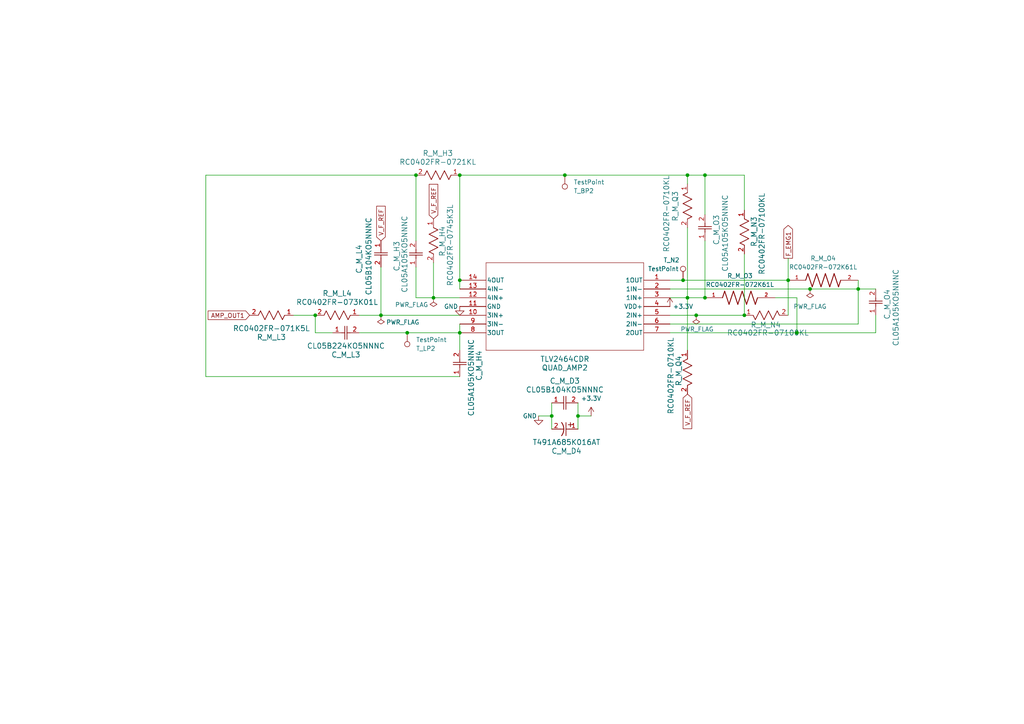
<source format=kicad_sch>
(kicad_sch (version 20231120) (generator "eeschema") (generator_version "8.0")
  (paper "A4")
  (title_block (title "EMG Filter") (date "2024-10-21") (rev "2") (company "FlexGlO"))
  (lib_symbols
    (symbol "2024-10-20_01-38-33:TLV2464CDR" (pin_names (offset 0.254))
      (property "Reference" "U" (at 30.48 10.16 0))
      (property "Value" "TLV2464CDR" (at 30.48 7.62 0))
      (symbol "TLV2464CDR_0_1"
        (polyline (pts (xy 7.62 -20.32) (xy 53.34 -20.32)) (stroke (width 0.127)))
        (polyline (pts (xy 7.62 5.08) (xy 7.62 -20.32)) (stroke (width 0.127)))
        (polyline (pts (xy 53.34 -20.32) (xy 53.34 5.08)) (stroke (width 0.127)))
        (polyline (pts (xy 53.34 5.08) (xy 7.62 5.08)) (stroke (width 0.127)))
        (pin output line (at 0 0 0) (length 7.62) (name "1OUT") (number "1"))
        (pin input line (at 60.96 -10.16 180) (length 7.62) (name "3IN+") (number "10"))
        (pin power_in line (at 60.96 -7.62 180) (length 7.62) (name "GND") (number "11"))
        (pin input line (at 60.96 -5.08 180) (length 7.62) (name "4IN+") (number "12"))
        (pin input line (at 60.96 -2.54 180) (length 7.62) (name "4IN-") (number "13"))
        (pin output line (at 60.96 0 180) (length 7.62) (name "4OUT") (number "14"))
        (pin input line (at 0 -2.54 0) (length 7.62) (name "1IN-") (number "2"))
        (pin input line (at 0 -5.08 0) (length 7.62) (name "1IN+") (number "3"))
        (pin power_in line (at 0 -7.62 0) (length 7.62) (name "VDD+") (number "4"))
        (pin input line (at 0 -10.16 0) (length 7.62) (name "2IN+") (number "5"))
        (pin input line (at 0 -12.7 0) (length 7.62) (name "2IN-") (number "6"))
        (pin output line (at 0 -15.24 0) (length 7.62) (name "2OUT") (number "7"))
        (pin output line (at 60.96 -15.24 180) (length 7.62) (name "3OUT") (number "8"))
        (pin input line (at 60.96 -12.7 180) (length 7.62) (name "3IN-") (number "9"))
      )
    )
    (symbol "CL05A105KO5NNNC:CL05A105KO5NNNC" (pin_names (offset 0.254))
      (property "Reference" "C" (at 3.81 3.81 0))
      (property "Value" "CL05A105KO5NNNC" (at 3.81 -3.81 0))
      (symbol "CL05A105KO5NNNC_1_1"
        (polyline (pts (xy 2.54 0) (xy 3.4798 0)) (stroke (width 0.2032)))
        (polyline (pts (xy 3.4798 -1.905) (xy 3.4798 1.905)) (stroke (width 0.2032)))
        (polyline (pts (xy 4.1148 -1.905) (xy 4.1148 1.905)) (stroke (width 0.2032)))
        (polyline (pts (xy 4.1148 0) (xy 5.08 0)) (stroke (width 0.2032)))
        (pin unspecified line (at 0 0 0) (length 2.54) (name "") (number "1"))
        (pin unspecified line (at 7.62 0 180) (length 2.54) (name "") (number "2"))
      )
      (symbol "CL05A105KO5NNNC_1_2"
        (polyline (pts (xy -1.905 -4.1148) (xy 1.905 -4.1148)) (stroke (width 0.2032)))
        (polyline (pts (xy -1.905 -3.4798) (xy 1.905 -3.4798)) (stroke (width 0.2032)))
        (polyline (pts (xy 0 -4.1148) (xy 0 -5.08)) (stroke (width 0.2032)))
        (polyline (pts (xy 0 -2.54) (xy 0 -3.4798)) (stroke (width 0.2032)))
        (pin unspecified line (at 0 0 270) (length 2.54) (name "") (number "1"))
        (pin unspecified line (at 0 -7.62 90) (length 2.54) (name "") (number "2"))
      )
    )
    (symbol "CL05B104KO5NNNC:CL05B104KO5NNNC" (pin_names (offset 0.254))
      (property "Reference" "C" (at 3.81 3.81 0))
      (property "Value" "CL05B104KO5NNNC" (at 3.81 -3.81 0))
      (symbol "CL05B104KO5NNNC_1_1"
        (polyline (pts (xy 2.54 0) (xy 3.4798 0)) (stroke (width 0.2032)))
        (polyline (pts (xy 3.4798 -1.905) (xy 3.4798 1.905)) (stroke (width 0.2032)))
        (polyline (pts (xy 4.1148 -1.905) (xy 4.1148 1.905)) (stroke (width 0.2032)))
        (polyline (pts (xy 4.1148 0) (xy 5.08 0)) (stroke (width 0.2032)))
        (pin unspecified line (at 0 0 0) (length 2.54) (name "") (number "1"))
        (pin unspecified line (at 7.62 0 180) (length 2.54) (name "") (number "2"))
      )
      (symbol "CL05B104KO5NNNC_1_2"
        (polyline (pts (xy -1.905 -4.1148) (xy 1.905 -4.1148)) (stroke (width 0.2032)))
        (polyline (pts (xy -1.905 -3.4798) (xy 1.905 -3.4798)) (stroke (width 0.2032)))
        (polyline (pts (xy 0 -4.1148) (xy 0 -5.08)) (stroke (width 0.2032)))
        (polyline (pts (xy 0 -2.54) (xy 0 -3.4798)) (stroke (width 0.2032)))
        (pin unspecified line (at 0 0 270) (length 2.54) (name "") (number "1"))
        (pin unspecified line (at 0 -7.62 90) (length 2.54) (name "") (number "2"))
      )
    )
    (symbol "CL05B224KO5NNNC:CL05B224KO5NNNC" (pin_names (offset 0.254))
      (property "Reference" "C" (at 3.81 3.81 0))
      (property "Value" "CL05B224KO5NNNC" (at 3.81 -3.81 0))
      (symbol "CL05B224KO5NNNC_1_1"
        (polyline (pts (xy 2.54 0) (xy 3.4798 0)) (stroke (width 0.2032)))
        (polyline (pts (xy 3.4798 -1.905) (xy 3.4798 1.905)) (stroke (width 0.2032)))
        (polyline (pts (xy 4.1148 -1.905) (xy 4.1148 1.905)) (stroke (width 0.2032)))
        (polyline (pts (xy 4.1148 0) (xy 5.08 0)) (stroke (width 0.2032)))
        (pin unspecified line (at 0 0 0) (length 2.54) (name "") (number "1"))
        (pin unspecified line (at 7.62 0 180) (length 2.54) (name "") (number "2"))
      )
      (symbol "CL05B224KO5NNNC_1_2"
        (polyline (pts (xy -1.905 -4.1148) (xy 1.905 -4.1148)) (stroke (width 0.2032)))
        (polyline (pts (xy -1.905 -3.4798) (xy 1.905 -3.4798)) (stroke (width 0.2032)))
        (polyline (pts (xy 0 -4.1148) (xy 0 -5.08)) (stroke (width 0.2032)))
        (polyline (pts (xy 0 -2.54) (xy 0 -3.4798)) (stroke (width 0.2032)))
        (pin unspecified line (at 0 0 270) (length 2.54) (name "") (number "1"))
        (pin unspecified line (at 0 -7.62 90) (length 2.54) (name "") (number "2"))
      )
    )
    (symbol "Connector:TestPoint" (pin_numbers hide) (pin_names (offset 0.762) hide)
      (property "Reference" "TP" (at 0 6.858 0))
      (property "Value" "TestPoint" (at 0 5.08 0))
      (symbol "TestPoint_0_1"
        (circle (center 0 3.302) (radius 0.762))
      )
      (symbol "TestPoint_1_1"
        (pin passive line (at 0 0 90) (length 2.54) (name "1") (number "1"))
      )
    )
    (symbol "RC0402FR-07100KL:RC0402FR-07100KL" (pin_names (offset 0.254))
      (property "Reference" "R" (at 5.715 3.81 0))
      (property "Value" "RC0402FR-07100KL" (at 6.35 -3.81 0))
      (symbol "RC0402FR-07100KL_1_1"
        (polyline (pts (xy 2.54 0) (xy 3.175 1.27)) (stroke (width 0.2032)))
        (polyline (pts (xy 3.175 1.27) (xy 4.445 -1.27)) (stroke (width 0.2032)))
        (polyline (pts (xy 4.445 -1.27) (xy 5.715 1.27)) (stroke (width 0.2032)))
        (polyline (pts (xy 5.715 1.27) (xy 6.985 -1.27)) (stroke (width 0.2032)))
        (polyline (pts (xy 6.985 -1.27) (xy 8.255 1.27)) (stroke (width 0.2032)))
        (polyline (pts (xy 8.255 1.27) (xy 9.525 -1.27)) (stroke (width 0.2032)))
        (polyline (pts (xy 9.525 -1.27) (xy 10.16 0)) (stroke (width 0.2032)))
        (pin unspecified line (at 12.7 0 180) (length 2.54) (name "") (number "1"))
        (pin unspecified line (at 0 0 0) (length 2.54) (name "") (number "2"))
      )
      (symbol "RC0402FR-07100KL_1_2"
        (polyline (pts (xy -1.27 3.175) (xy 1.27 4.445)) (stroke (width 0.2032)))
        (polyline (pts (xy -1.27 5.715) (xy 1.27 6.985)) (stroke (width 0.2032)))
        (polyline (pts (xy -1.27 8.255) (xy 1.27 9.525)) (stroke (width 0.2032)))
        (polyline (pts (xy 0 2.54) (xy -1.27 3.175)) (stroke (width 0.2032)))
        (polyline (pts (xy 1.27 4.445) (xy -1.27 5.715)) (stroke (width 0.2032)))
        (polyline (pts (xy 1.27 6.985) (xy -1.27 8.255)) (stroke (width 0.2032)))
        (polyline (pts (xy 1.27 9.525) (xy 0 10.16)) (stroke (width 0.2032)))
        (pin unspecified line (at 0 12.7 270) (length 2.54) (name "") (number "1"))
        (pin unspecified line (at 0 0 90) (length 2.54) (name "") (number "2"))
      )
    )
    (symbol "RC0402FR-0710KL:RC0402FR-0710KL" (pin_names (offset 0.254))
      (property "Reference" "R" (at 5.715 3.81 0))
      (property "Value" "RC0402FR-0710KL" (at 6.35 -3.81 0))
      (symbol "RC0402FR-0710KL_1_1"
        (polyline (pts (xy 2.54 0) (xy 3.175 1.27)) (stroke (width 0.2032)))
        (polyline (pts (xy 3.175 1.27) (xy 4.445 -1.27)) (stroke (width 0.2032)))
        (polyline (pts (xy 4.445 -1.27) (xy 5.715 1.27)) (stroke (width 0.2032)))
        (polyline (pts (xy 5.715 1.27) (xy 6.985 -1.27)) (stroke (width 0.2032)))
        (polyline (pts (xy 6.985 -1.27) (xy 8.255 1.27)) (stroke (width 0.2032)))
        (polyline (pts (xy 8.255 1.27) (xy 9.525 -1.27)) (stroke (width 0.2032)))
        (polyline (pts (xy 9.525 -1.27) (xy 10.16 0)) (stroke (width 0.2032)))
        (pin unspecified line (at 12.7 0 180) (length 2.54) (name "") (number "1"))
        (pin unspecified line (at 0 0 0) (length 2.54) (name "") (number "2"))
      )
      (symbol "RC0402FR-0710KL_1_2"
        (polyline (pts (xy -1.27 3.175) (xy 1.27 4.445)) (stroke (width 0.2032)))
        (polyline (pts (xy -1.27 5.715) (xy 1.27 6.985)) (stroke (width 0.2032)))
        (polyline (pts (xy -1.27 8.255) (xy 1.27 9.525)) (stroke (width 0.2032)))
        (polyline (pts (xy 0 2.54) (xy -1.27 3.175)) (stroke (width 0.2032)))
        (polyline (pts (xy 1.27 4.445) (xy -1.27 5.715)) (stroke (width 0.2032)))
        (polyline (pts (xy 1.27 6.985) (xy -1.27 8.255)) (stroke (width 0.2032)))
        (polyline (pts (xy 1.27 9.525) (xy 0 10.16)) (stroke (width 0.2032)))
        (pin unspecified line (at 0 12.7 270) (length 2.54) (name "") (number "1"))
        (pin unspecified line (at 0 0 90) (length 2.54) (name "") (number "2"))
      )
    )
    (symbol "RC0402FR-071K5L:RC0402FR-071K5L" (pin_names (offset 0.254))
      (property "Reference" "R" (at 5.715 3.81 0))
      (property "Value" "RC0402FR-071K5L" (at 6.35 -3.81 0))
      (symbol "RC0402FR-071K5L_1_1"
        (polyline (pts (xy 2.54 0) (xy 3.175 1.27)) (stroke (width 0.2032)))
        (polyline (pts (xy 3.175 1.27) (xy 4.445 -1.27)) (stroke (width 0.2032)))
        (polyline (pts (xy 4.445 -1.27) (xy 5.715 1.27)) (stroke (width 0.2032)))
        (polyline (pts (xy 5.715 1.27) (xy 6.985 -1.27)) (stroke (width 0.2032)))
        (polyline (pts (xy 6.985 -1.27) (xy 8.255 1.27)) (stroke (width 0.2032)))
        (polyline (pts (xy 8.255 1.27) (xy 9.525 -1.27)) (stroke (width 0.2032)))
        (polyline (pts (xy 9.525 -1.27) (xy 10.16 0)) (stroke (width 0.2032)))
        (pin unspecified line (at 12.7 0 180) (length 2.54) (name "") (number "1"))
        (pin unspecified line (at 0 0 0) (length 2.54) (name "") (number "2"))
      )
      (symbol "RC0402FR-071K5L_1_2"
        (polyline (pts (xy -1.27 3.175) (xy 1.27 4.445)) (stroke (width 0.2032)))
        (polyline (pts (xy -1.27 5.715) (xy 1.27 6.985)) (stroke (width 0.2032)))
        (polyline (pts (xy -1.27 8.255) (xy 1.27 9.525)) (stroke (width 0.2032)))
        (polyline (pts (xy 0 2.54) (xy -1.27 3.175)) (stroke (width 0.2032)))
        (polyline (pts (xy 1.27 4.445) (xy -1.27 5.715)) (stroke (width 0.2032)))
        (polyline (pts (xy 1.27 6.985) (xy -1.27 8.255)) (stroke (width 0.2032)))
        (polyline (pts (xy 1.27 9.525) (xy 0 10.16)) (stroke (width 0.2032)))
        (pin unspecified line (at 0 12.7 270) (length 2.54) (name "") (number "1"))
        (pin unspecified line (at 0 0 90) (length 2.54) (name "") (number "2"))
      )
    )
    (symbol "RC0402FR-0721KL:RC0402FR-0721KL" (pin_names (offset 0.254))
      (property "Reference" "R" (at 5.715 3.81 0))
      (property "Value" "RC0402FR-0721KL" (at 6.35 -3.81 0))
      (symbol "RC0402FR-0721KL_1_1"
        (polyline (pts (xy 2.54 0) (xy 3.175 1.27)) (stroke (width 0.2032)))
        (polyline (pts (xy 3.175 1.27) (xy 4.445 -1.27)) (stroke (width 0.2032)))
        (polyline (pts (xy 4.445 -1.27) (xy 5.715 1.27)) (stroke (width 0.2032)))
        (polyline (pts (xy 5.715 1.27) (xy 6.985 -1.27)) (stroke (width 0.2032)))
        (polyline (pts (xy 6.985 -1.27) (xy 8.255 1.27)) (stroke (width 0.2032)))
        (polyline (pts (xy 8.255 1.27) (xy 9.525 -1.27)) (stroke (width 0.2032)))
        (polyline (pts (xy 9.525 -1.27) (xy 10.16 0)) (stroke (width 0.2032)))
        (pin unspecified line (at 12.7 0 180) (length 2.54) (name "") (number "1"))
        (pin unspecified line (at 0 0 0) (length 2.54) (name "") (number "2"))
      )
      (symbol "RC0402FR-0721KL_1_2"
        (polyline (pts (xy -1.27 3.175) (xy 1.27 4.445)) (stroke (width 0.2032)))
        (polyline (pts (xy -1.27 5.715) (xy 1.27 6.985)) (stroke (width 0.2032)))
        (polyline (pts (xy -1.27 8.255) (xy 1.27 9.525)) (stroke (width 0.2032)))
        (polyline (pts (xy 0 2.54) (xy -1.27 3.175)) (stroke (width 0.2032)))
        (polyline (pts (xy 1.27 4.445) (xy -1.27 5.715)) (stroke (width 0.2032)))
        (polyline (pts (xy 1.27 6.985) (xy -1.27 8.255)) (stroke (width 0.2032)))
        (polyline (pts (xy 1.27 9.525) (xy 0 10.16)) (stroke (width 0.2032)))
        (pin unspecified line (at 0 12.7 270) (length 2.54) (name "") (number "1"))
        (pin unspecified line (at 0 0 90) (length 2.54) (name "") (number "2"))
      )
    )
    (symbol "RC0402FR-072K61L:RC0402FR-072K61L" (pin_names (offset 1.016))
      (property "Reference" "R" (at -7.6244 2.5415 0))
      (property "Value" "RC0402FR-072K61L" (at -7.63 -5.0866 0))
      (symbol "RC0402FR-072K61L_0_0"
        (polyline (pts (xy -5.08 0) (xy -4.445 1.905)) (stroke (width 0.254)))
        (polyline (pts (xy -4.445 1.905) (xy -3.175 -1.905)) (stroke (width 0.254)))
        (polyline (pts (xy -3.175 -1.905) (xy -1.905 1.905)) (stroke (width 0.254)))
        (polyline (pts (xy -1.905 1.905) (xy -0.635 -1.905)) (stroke (width 0.254)))
        (polyline (pts (xy -0.635 -1.905) (xy 0.635 1.905)) (stroke (width 0.254)))
        (polyline (pts (xy 0.635 1.905) (xy 1.905 -1.905)) (stroke (width 0.254)))
        (polyline (pts (xy 1.905 -1.905) (xy 3.175 1.905)) (stroke (width 0.254)))
        (polyline (pts (xy 3.175 1.905) (xy 4.445 -1.905)) (stroke (width 0.254)))
        (polyline (pts (xy 4.445 -1.905) (xy 5.08 0)) (stroke (width 0.254)))
        (pin passive line (at -10.16 0 0) (length 5.08) (name "~") (number "1"))
        (pin passive line (at 10.16 0 180) (length 5.08) (name "~") (number "2"))
      )
    )
    (symbol "RC0402FR-073K01L:RC0402FR-073K01L" (pin_names (offset 0.254))
      (property "Reference" "R" (at 5.715 3.81 0))
      (property "Value" "RC0402FR-073K01L" (at 6.35 -3.81 0))
      (symbol "RC0402FR-073K01L_1_1"
        (polyline (pts (xy 2.54 0) (xy 3.175 1.27)) (stroke (width 0.2032)))
        (polyline (pts (xy 3.175 1.27) (xy 4.445 -1.27)) (stroke (width 0.2032)))
        (polyline (pts (xy 4.445 -1.27) (xy 5.715 1.27)) (stroke (width 0.2032)))
        (polyline (pts (xy 5.715 1.27) (xy 6.985 -1.27)) (stroke (width 0.2032)))
        (polyline (pts (xy 6.985 -1.27) (xy 8.255 1.27)) (stroke (width 0.2032)))
        (polyline (pts (xy 8.255 1.27) (xy 9.525 -1.27)) (stroke (width 0.2032)))
        (polyline (pts (xy 9.525 -1.27) (xy 10.16 0)) (stroke (width 0.2032)))
        (pin unspecified line (at 12.7 0 180) (length 2.54) (name "") (number "1"))
        (pin unspecified line (at 0 0 0) (length 2.54) (name "") (number "2"))
      )
      (symbol "RC0402FR-073K01L_1_2"
        (polyline (pts (xy -1.27 3.175) (xy 1.27 4.445)) (stroke (width 0.2032)))
        (polyline (pts (xy -1.27 5.715) (xy 1.27 6.985)) (stroke (width 0.2032)))
        (polyline (pts (xy -1.27 8.255) (xy 1.27 9.525)) (stroke (width 0.2032)))
        (polyline (pts (xy 0 2.54) (xy -1.27 3.175)) (stroke (width 0.2032)))
        (polyline (pts (xy 1.27 4.445) (xy -1.27 5.715)) (stroke (width 0.2032)))
        (polyline (pts (xy 1.27 6.985) (xy -1.27 8.255)) (stroke (width 0.2032)))
        (polyline (pts (xy 1.27 9.525) (xy 0 10.16)) (stroke (width 0.2032)))
        (pin unspecified line (at 0 12.7 270) (length 2.54) (name "") (number "1"))
        (pin unspecified line (at 0 0 90) (length 2.54) (name "") (number "2"))
      )
    )
    (symbol "RC0402FR-0745K3L:RC0402FR-0745K3L" (pin_names (offset 0.254))
      (property "Reference" "R" (at 5.715 3.81 0))
      (property "Value" "RC0402FR-0745K3L" (at 6.35 -3.81 0))
      (symbol "RC0402FR-0745K3L_1_1"
        (polyline (pts (xy 2.54 0) (xy 3.175 1.27)) (stroke (width 0.2032)))
        (polyline (pts (xy 3.175 1.27) (xy 4.445 -1.27)) (stroke (width 0.2032)))
        (polyline (pts (xy 4.445 -1.27) (xy 5.715 1.27)) (stroke (width 0.2032)))
        (polyline (pts (xy 5.715 1.27) (xy 6.985 -1.27)) (stroke (width 0.2032)))
        (polyline (pts (xy 6.985 -1.27) (xy 8.255 1.27)) (stroke (width 0.2032)))
        (polyline (pts (xy 8.255 1.27) (xy 9.525 -1.27)) (stroke (width 0.2032)))
        (polyline (pts (xy 9.525 -1.27) (xy 10.16 0)) (stroke (width 0.2032)))
        (pin unspecified line (at 12.7 0 180) (length 2.54) (name "") (number "1"))
        (pin unspecified line (at 0 0 0) (length 2.54) (name "") (number "2"))
      )
      (symbol "RC0402FR-0745K3L_1_2"
        (polyline (pts (xy -1.27 3.175) (xy 1.27 4.445)) (stroke (width 0.2032)))
        (polyline (pts (xy -1.27 5.715) (xy 1.27 6.985)) (stroke (width 0.2032)))
        (polyline (pts (xy -1.27 8.255) (xy 1.27 9.525)) (stroke (width 0.2032)))
        (polyline (pts (xy 0 2.54) (xy -1.27 3.175)) (stroke (width 0.2032)))
        (polyline (pts (xy 1.27 4.445) (xy -1.27 5.715)) (stroke (width 0.2032)))
        (polyline (pts (xy 1.27 6.985) (xy -1.27 8.255)) (stroke (width 0.2032)))
        (polyline (pts (xy 1.27 9.525) (xy 0 10.16)) (stroke (width 0.2032)))
        (pin unspecified line (at 0 12.7 270) (length 2.54) (name "") (number "1"))
        (pin unspecified line (at 0 0 90) (length 2.54) (name "") (number "2"))
      )
    )
    (symbol "T491A685K016AT:T491A685K016AT" (pin_names (offset 0.254))
      (property "Reference" "C" (at 3.81 3.81 0))
      (property "Value" "T491A685K016AT" (at 3.81 -3.81 0))
      (symbol "T491A685K016AT_1_1"
        (polyline (pts (xy 1.5748 1.27) (xy 2.8448 1.27)) (stroke (width 0.2032)))
        (polyline (pts (xy 2.2098 0.635) (xy 2.2098 1.905)) (stroke (width 0.2032)))
        (polyline (pts (xy 2.54 0) (xy 3.4798 0)) (stroke (width 0.2032)))
        (polyline (pts (xy 3.4798 -1.905) (xy 3.4798 1.905)) (stroke (width 0.2032)))
        (polyline (pts (xy 4.1148 0) (xy 5.08 0)) (stroke (width 0.2032)))
        (arc (start 4.7541 1.9108) (mid 4.1148 0) (end 4.7541 -1.9108) (stroke (width 0.254)))
        (pin unspecified line (at 0 0 0) (length 2.54) (name "") (number "1"))
        (pin unspecified line (at 7.62 0 180) (length 2.54) (name "") (number "2"))
      )
      (symbol "T491A685K016AT_1_2"
        (polyline (pts (xy -1.905 -3.4798) (xy 1.905 -3.4798)) (stroke (width 0.2032)))
        (polyline (pts (xy 0 -4.1148) (xy 0 -5.08)) (stroke (width 0.2032)))
        (polyline (pts (xy 0 -2.54) (xy 0 -3.4798)) (stroke (width 0.2032)))
        (polyline (pts (xy 0.635 -2.2098) (xy 1.905 -2.2098)) (stroke (width 0.2032)))
        (polyline (pts (xy 1.27 -1.5748) (xy 1.27 -2.8448)) (stroke (width 0.2032)))
        (arc (start 1.9108 -4.7541) (mid 0 -4.1148) (end -1.9108 -4.7541) (stroke (width 0.254)))
        (pin unspecified line (at 0 0 270) (length 2.54) (name "") (number "1"))
        (pin unspecified line (at 0 -7.62 90) (length 2.54) (name "") (number "2"))
      )
    )
    (symbol "power:+3.3V" (power) (pin_names (offset 0))
      (property "Value" "+3.3V" (at 0 3.556 0))
      (symbol "+3.3V_0_1"
        (polyline (pts (xy -0.762 1.27) (xy 0 2.54)))
        (polyline (pts (xy 0 0) (xy 0 2.54)))
        (polyline (pts (xy 0 2.54) (xy 0.762 1.27)))
      )
      (symbol "+3.3V_1_1"
        (pin power_in line (at 0 0 90) (length 0) hide (name "+3.3V") (number "1"))
      )
    )
    (symbol "power:GND" (power) (pin_names (offset 0))
      (property "Value" "GND" (at 0 -3.81 0))
      (symbol "GND_0_1"
        (polyline (pts (xy 0 0) (xy 0 -1.27) (xy 1.27 -1.27) (xy 0 -2.54) (xy -1.27 -1.27) (xy 0 -1.27)))
      )
      (symbol "GND_1_1"
        (pin power_in line (at 0 0 270) (length 0) hide (name "GND") (number "1"))
      )
    )
    (symbol "power:PWR_FLAG" (power) (pin_numbers hide) (pin_names (offset 0) hide)
      (property "Value" "PWR_FLAG" (at 0 3.81 0))
      (symbol "PWR_FLAG_0_0"
        (pin power_out line (at 0 0 90) (length 0) (name "pwr") (number "1"))
      )
      (symbol "PWR_FLAG_0_1"
        (polyline (pts (xy 0 0) (xy 0 1.27) (xy -1.016 1.905) (xy 0 2.54) (xy 1.016 1.905) (xy 0 1.27)))
      )
    )
  )
  (junction (at 133.35 96.52))
  (junction (at 199.39 86.36))
  (junction (at 248.92 83.82))
  (junction (at 204.47 50.8))
  (junction (at 199.39 50.8))
  (junction (at 163.83 50.8))
  (junction (at 118.11 96.52))
  (junction (at 160.02 120.65))
  (junction (at 91.44 91.44))
  (junction (at 133.35 81.28))
  (junction (at 204.47 86.36))
  (junction (at 234.95 83.82))
  (junction (at 201.93 91.44))
  (junction (at 215.9 91.44))
  (junction (at 167.64 120.65))
  (junction (at 110.49 91.44))
  (junction (at 133.35 50.8))
  (junction (at 120.65 50.8))
  (junction (at 125.73 86.36))
  (junction (at 198.12 81.28))
  (junction (at 231.14 96.52))
  (junction (at 228.6 81.28))
  (wire (pts (xy 156.21 120.65) (xy 160.02 120.65)))
  (wire (pts (xy 228.6 81.28) (xy 228.6 91.44)))
  (wire (pts (xy 204.47 50.8) (xy 204.47 62.23)))
  (wire (pts (xy 160.02 120.65) (xy 160.02 124.46)))
  (wire (pts (xy 59.69 109.22) (xy 59.69 50.8)))
  (wire (pts (xy 198.12 81.28) (xy 228.6 81.28)))
  (wire (pts (xy 234.95 83.82) (xy 248.92 83.82)))
  (wire (pts (xy 231.14 96.52) (xy 254 96.52)))
  (wire (pts (xy 194.31 96.52) (xy 231.14 96.52)))
  (wire (pts (xy 228.6 74.93) (xy 228.6 81.28)))
  (wire (pts (xy 133.35 50.8) (xy 163.83 50.8)))
  (wire (pts (xy 234.95 83.82) (xy 194.31 83.82)))
  (wire (pts (xy 194.31 91.44) (xy 201.93 91.44)))
  (wire (pts (xy 254 91.44) (xy 254 96.52)))
  (wire (pts (xy 110.49 77.47) (xy 110.49 91.44)))
  (wire (pts (xy 163.83 50.8) (xy 199.39 50.8)))
  (wire (pts (xy 231.14 86.36) (xy 224.79 86.36)))
  (wire (pts (xy 199.39 50.8) (xy 199.39 53.34)))
  (wire (pts (xy 231.14 86.36) (xy 231.14 96.52)))
  (wire (pts (xy 167.64 116.84) (xy 167.64 120.65)))
  (wire (pts (xy 201.93 91.44) (xy 215.9 91.44)))
  (wire (pts (xy 125.73 76.2) (xy 125.73 86.36)))
  (wire (pts (xy 167.64 120.65) (xy 171.45 120.65)))
  (wire (pts (xy 125.73 86.36) (xy 133.35 86.36)))
  (wire (pts (xy 133.35 109.22) (xy 59.69 109.22)))
  (wire (pts (xy 199.39 86.36) (xy 199.39 101.6)))
  (wire (pts (xy 104.14 91.44) (xy 110.49 91.44)))
  (wire (pts (xy 133.35 101.6) (xy 133.35 96.52)))
  (wire (pts (xy 85.09 91.44) (xy 91.44 91.44)))
  (wire (pts (xy 133.35 93.98) (xy 133.35 96.52)))
  (wire (pts (xy 91.44 96.52) (xy 91.44 91.44)))
  (wire (pts (xy 120.65 86.36) (xy 125.73 86.36)))
  (wire (pts (xy 215.9 50.8) (xy 215.9 60.96)))
  (wire (pts (xy 104.14 96.52) (xy 118.11 96.52)))
  (wire (pts (xy 204.47 69.85) (xy 204.47 86.36)))
  (wire (pts (xy 133.35 81.28) (xy 133.35 83.82)))
  (wire (pts (xy 215.9 73.66) (xy 215.9 91.44)))
  (wire (pts (xy 160.02 116.84) (xy 160.02 120.65)))
  (wire (pts (xy 96.52 96.52) (xy 91.44 96.52)))
  (wire (pts (xy 120.65 77.47) (xy 120.65 86.36)))
  (wire (pts (xy 248.92 83.82) (xy 254 83.82)))
  (wire (pts (xy 194.31 93.98) (xy 248.92 93.98)))
  (wire (pts (xy 248.92 93.98) (xy 248.92 83.82)))
  (wire (pts (xy 194.31 81.28) (xy 198.12 81.28)))
  (wire (pts (xy 110.49 91.44) (xy 133.35 91.44)))
  (wire (pts (xy 118.11 96.52) (xy 133.35 96.52)))
  (wire (pts (xy 194.31 86.36) (xy 199.39 86.36)))
  (wire (pts (xy 120.65 50.8) (xy 120.65 69.85)))
  (wire (pts (xy 248.92 81.28) (xy 248.92 83.82)))
  (wire (pts (xy 199.39 66.04) (xy 199.39 86.36)))
  (wire (pts (xy 199.39 50.8) (xy 204.47 50.8)))
  (wire (pts (xy 167.64 120.65) (xy 167.64 124.46)))
  (wire (pts (xy 59.69 50.8) (xy 120.65 50.8)))
  (wire (pts (xy 133.35 50.8) (xy 133.35 81.28)))
  (wire (pts (xy 204.47 50.8) (xy 215.9 50.8)))
  (wire (pts (xy 199.39 86.36) (xy 204.47 86.36)))
  (global_label "V_F_REF" (shape input) (at 125.73 63.5 90) (property "Intersheetrefs" "${INTERSHEET_REFS}" (effects (hide yes))))
  (global_label "AMP_OUT1" (shape input) (at 72.39 91.44 180) (property "Intersheetrefs" "${INTERSHEET_REFS}" (effects (hide yes))))
  (global_label "V_F_REF" (shape input) (at 199.39 114.3 270) (property "Intersheetrefs" "${INTERSHEET_REFS}" (effects (hide yes))))
  (global_label "V_F_REF" (shape input) (at 110.49 69.85 90) (property "Intersheetrefs" "${INTERSHEET_REFS}" (effects (hide yes))))
  (global_label "F_EMG1" (shape output) (at 228.6 74.93 90) (property "Intersheetrefs" "${INTERSHEET_REFS}" (effects (hide yes))))
  (symbol (lib_id "power:+3.3V") (at 194.31 88.9 0) (unit 1)
    (property "Reference" "#PWR020" (effects (hide yes)))
    (property "Value" "+3.3V" (at 198.12 88.9 0))
    (instances (project "FlexGlO" (path "" (reference "#PWR026") (unit 1)) (path "" (reference "#PWR020") (unit 1))))
  )
  (symbol (lib_id "power:PWR_FLAG") (at 234.95 83.82 0) (mirror x) (unit 1)
    (property "Reference" "#FLG04" (effects (hide yes)))
    (property "Value" "PWR_FLAG" (at 234.95 88.9 0))
    (instances (project "FlexGlO" (path "" (reference "#FLG09") (unit 1)) (path "" (reference "#FLG04") (unit 1))))
  )
  (symbol (lib_id "RC0402FR-07100KL:RC0402FR-07100KL") (at 228.6 91.44 0) (mirror y) (unit 1)
    (property "Reference" "R_M_N2" (at 217.678 94.234 0) (effects (font (size 1.524 1.524)) (justify right)))
    (property "Value" "RC0402FR-07100KL" (at 210.82 96.52 0) (effects (font (size 1.524 1.524)) (justify right)))
    (property "Footprint" "RC0402N_YAG" (effects (hide yes)))
    (property "Datasheet" "RC0402FR-07100KL" (effects (hide yes)))
    (instances (project "FlexGlO" (path "" (reference "R_M_N4") (unit 1)) (path "" (reference "R_M_N2") (unit 1))))
  )
  (symbol (lib_id "T491A685K016AT:T491A685K016AT") (at 167.64 124.46 0) (mirror y) (unit 1)
    (property "Reference" "C_M_D4" (at 164.3126 130.81 0) (effects (font (size 1.524 1.524))))
    (property "Value" "T491A685K016AT" (at 164.3126 128.27 0) (effects (font (size 1.524 1.524))))
    (property "Footprint" "CAPMP3.4X1.6_1.8N_KEM" (effects (hide yes)))
    (property "Datasheet" "T491A685K016AT" (effects (hide yes)))
  )
  (symbol (lib_id "Connector:TestPoint") (at 163.83 50.8 0) (mirror x) (unit 1)
    (property "Reference" "T_BP1" (at 166.37 55.372 0) (effects (justify left)))
    (property "Value" "TestPoint" (at 166.37 52.832 0) (effects (justify left)))
    (property "Footprint" "TestPoint:TestPoint_Pad_2.0x2.0mm" (effects (hide yes)))
    (instances (project "FlexGlO" (path "" (reference "T_BP2") (unit 1)) (path "" (reference "T_BP1") (unit 1))))
  )
  (symbol (lib_id "CL05B224KO5NNNC:CL05B224KO5NNNC") (at 96.52 96.52 0) (unit 1)
    (property "Reference" "C_M_L3" (at 100.33 102.87 0) (effects (font (size 1.524 1.524))))
    (property "Value" "CL05B224KO5NNNC" (at 100.33 100.33 0) (effects (font (size 1.524 1.524))))
    (property "Footprint" "CAP_CL05_SAM" (effects (hide yes)))
    (property "Datasheet" "CL05B224KO5NNNC" (effects (hide yes)))
  )
  (symbol (lib_id "CL05A105KO5NNNC:CL05A105KO5NNNC") (at 120.65 77.47 90) (unit 1)
    (property "Reference" "C_M_H3" (at 115.062 69.85 0) (effects (font (size 1.524 1.524)) (justify right)))
    (property "Value" "CL05A105KO5NNNC" (at 117.348 62.484 0) (effects (font (size 1.524 1.524)) (justify right)))
    (property "Footprint" "CAP_CL05_SAM" (effects (hide yes)))
    (property "Datasheet" "CL05A105KO5NNNC" (effects (hide yes)))
  )
  (symbol (lib_id "CL05B104KO5NNNC:CL05B104KO5NNNC") (at 110.49 69.85 270) (unit 1)
    (property "Reference" "C_M_L4" (at 104.14 70.866 0) (effects (font (size 1.524 1.524)) (justify left)))
    (property "Value" "CL05B104KO5NNNC" (at 106.934 62.992 0) (effects (font (size 1.524 1.524)) (justify left)))
    (property "Footprint" "CAP_CL05_SAM" (effects (hide yes)))
    (property "Datasheet" "CL05B104KO5NNNC" (effects (hide yes)))
  )
  (symbol (lib_id "CL05A105KO5NNNC:CL05A105KO5NNNC") (at 133.35 109.22 270) (mirror x) (unit 1)
    (property "Reference" "C_M_H1" (at 138.938 101.6 0) (effects (font (size 1.524 1.524)) (justify right)))
    (property "Value" "CL05A105KO5NNNC" (at 136.652 98.298 0) (effects (font (size 1.524 1.524)) (justify right)))
    (property "Footprint" "CAP_CL05_SAM" (effects (hide yes)))
    (property "Datasheet" "CL05A105KO5NNNC" (effects (hide yes)))
    (instances (project "FlexGlO" (path "" (reference "C_M_H4") (unit 1)) (path "" (reference "C_M_H1") (unit 1))))
  )
  (symbol (lib_id "RC0402FR-073K01L:RC0402FR-073K01L") (at 91.44 91.44 0) (unit 1)
    (property "Reference" "R_M_L4" (at 97.79 85.09 0) (effects (font (size 1.524 1.524))))
    (property "Value" "RC0402FR-073K01L" (at 97.79 87.63 0) (effects (font (size 1.524 1.524))))
    (property "Footprint" "RC0402N_YAG" (effects (hide yes)))
    (property "Datasheet" "RC0402FR-073K01L" (effects (hide yes)))
  )
  (symbol (lib_id "RC0402FR-0710KL:RC0402FR-0710KL") (at 199.39 114.3 270) (mirror x) (unit 1)
    (property "Reference" "R_M_Q2" (at 196.85 103.124 0) (effects (font (size 1.524 1.524)) (justify right)))
    (property "Value" "RC0402FR-0710KL" (at 194.564 97.79 0) (effects (font (size 1.524 1.524)) (justify right)))
    (property "Footprint" "RC0402N_YAG" (effects (hide yes)))
    (property "Datasheet" "RC0402FR-0710KL" (effects (hide yes)))
    (instances (project "FlexGlO" (path "" (reference "R_M_Q4") (unit 1)) (path "" (reference "R_M_Q2") (unit 1))))
  )
  (symbol (lib_id "RC0402FR-0710KL:RC0402FR-0710KL") (at 199.39 66.04 270) (mirror x) (unit 1)
    (property "Reference" "R_M_Q3" (at 195.834 55.372 0) (effects (font (size 1.524 1.524)) (justify right)))
    (property "Value" "RC0402FR-0710KL" (at 193.294 50.8 0) (effects (font (size 1.524 1.524)) (justify right)))
    (property "Footprint" "RC0402N_YAG" (effects (hide yes)))
    (property "Datasheet" "RC0402FR-0710KL" (effects (hide yes)))
  )
  (symbol (lib_id "RC0402FR-072K61L:RC0402FR-072K61L") (at 238.76 81.28 0) (unit 1)
    (property "Reference" "R_M_O4" (at 238.76 74.93 0))
    (property "Value" "RC0402FR-072K61L" (at 238.76 77.47 0))
    (property "Footprint" "RC0402FR-072K61L:RESC1005X40N" (effects (hide yes)))
  )
  (symbol (lib_id "RC0402FR-0721KL:RC0402FR-0721KL") (at 120.65 50.8 0) (unit 1)
    (property "Reference" "R_M_H3" (at 127 44.45 0) (effects (font (size 1.524 1.524))))
    (property "Value" "RC0402FR-0721KL" (at 127 46.99 0) (effects (font (size 1.524 1.524))))
    (property "Footprint" "RC0402N_YAG" (effects (hide yes)))
    (property "Datasheet" "RC0402FR-0721KL" (effects (hide yes)))
  )
  (symbol (lib_id "power:PWR_FLAG") (at 201.93 91.44 0) (mirror x) (unit 1)
    (property "Reference" "#FLG05" (effects (hide yes)))
    (property "Value" "PWR_FLAG" (at 202.184 95.504 0))
    (instances (project "FlexGlO" (path "" (reference "#FLG08") (unit 1)) (path "" (reference "#FLG05") (unit 1))))
  )
  (symbol (lib_id "Connector:TestPoint") (at 118.11 96.52 0) (mirror x) (unit 1)
    (property "Reference" "T_LP1" (at 120.65 101.092 0) (effects (justify left)))
    (property "Value" "TestPoint" (at 120.65 98.552 0) (effects (justify left)))
    (property "Footprint" "TestPoint:TestPoint_Pad_2.0x2.0mm" (effects (hide yes)))
    (instances (project "FlexGlO" (path "" (reference "T_LP2") (unit 1)) (path "" (reference "T_LP1") (unit 1))))
  )
  (symbol (lib_id "RC0402FR-072K61L:RC0402FR-072K61L") (at 214.63 86.36 0) (unit 1)
    (property "Reference" "R_M_O1" (at 214.63 80.01 0))
    (property "Value" "RC0402FR-072K61L" (at 214.63 82.55 0))
    (property "Footprint" "RC0402FR-072K61L:RESC1005X40N" (effects (hide yes)))
    (instances (project "FlexGlO" (path "" (reference "R_M_O3") (unit 1)) (path "" (reference "R_M_O1") (unit 1))))
  )
  (symbol (lib_id "power:PWR_FLAG") (at 110.49 91.44 0) (mirror x) (unit 1)
    (property "Reference" "#FLG02" (effects (hide yes)))
    (property "Value" "PWR_FLAG" (at 116.84 93.472 0))
    (instances (project "FlexGlO" (path "" (reference "#FLG06") (unit 1)) (path "" (reference "#FLG02") (unit 1))))
  )
  (symbol (lib_id "power:GND") (at 156.21 120.65 0) (unit 1)
    (property "Reference" "#PWR022" (effects (hide yes)))
    (property "Value" "GND" (at 153.67 120.65 0))
    (instances (project "FlexGlO" (path "" (reference "#PWR024") (unit 1)) (path "" (reference "#PWR022") (unit 1))))
  )
  (symbol (lib_id "RC0402FR-071K5L:RC0402FR-071K5L") (at 72.39 91.44 0) (unit 1)
    (property "Reference" "R_M_L3" (at 78.74 97.79 0) (effects (font (size 1.524 1.524))))
    (property "Value" "RC0402FR-071K5L" (at 78.74 95.25 0) (effects (font (size 1.524 1.524))))
    (property "Footprint" "RC0402N_YAG" (effects (hide yes)))
    (property "Datasheet" "RC0402FR-071K5L" (effects (hide yes)))
  )
  (symbol (lib_id "CL05B104KO5NNNC:CL05B104KO5NNNC") (at 160.02 116.84 0) (unit 1)
    (property "Reference" "C_M_D3" (at 163.83 110.49 0) (effects (font (size 1.524 1.524))))
    (property "Value" "CL05B104KO5NNNC" (at 163.83 113.03 0) (effects (font (size 1.524 1.524))))
    (property "Footprint" "CAP_CL05_SAM" (effects (hide yes)))
    (property "Datasheet" "CL05B104KO5NNNC" (effects (hide yes)))
  )
  (symbol (lib_id "power:PWR_FLAG") (at 125.73 86.36 0) (mirror x) (unit 1)
    (property "Reference" "#FLG03" (effects (hide yes)))
    (property "Value" "PWR_FLAG" (at 119.38 88.392 0))
    (instances (project "FlexGlO" (path "" (reference "#FLG07") (unit 1)) (path "" (reference "#FLG03") (unit 1))))
  )
  (symbol (lib_id "power:GND") (at 133.35 88.9 0) (unit 1)
    (property "Reference" "#PWR019" (effects (hide yes)))
    (property "Value" "GND" (at 130.81 88.9 0))
    (instances (project "FlexGlO" (path "" (reference "#PWR023") (unit 1)) (path "" (reference "#PWR019") (unit 1))))
  )
  (symbol (lib_id "RC0402FR-07100KL:RC0402FR-07100KL") (at 215.9 73.66 90) (unit 1)
    (property "Reference" "R_M_N3" (at 218.694 62.738 0) (effects (font (size 1.524 1.524)) (justify right)))
    (property "Value" "RC0402FR-07100KL" (at 220.98 55.88 0) (effects (font (size 1.524 1.524)) (justify right)))
    (property "Footprint" "RC0402N_YAG" (effects (hide yes)))
    (property "Datasheet" "RC0402FR-07100KL" (effects (hide yes)))
  )
  (symbol (lib_id "power:+3.3V") (at 171.45 120.65 0) (unit 1)
    (property "Reference" "#PWR021" (effects (hide yes)))
    (property "Value" "+3.3V" (at 171.45 115.57 0))
    (instances (project "FlexGlO" (path "" (reference "#PWR025") (unit 1)) (path "" (reference "#PWR021") (unit 1))))
  )
  (symbol (lib_id "CL05A105KO5NNNC:CL05A105KO5NNNC") (at 254 91.44 90) (unit 1)
    (property "Reference" "C_M_O2" (at 257.302 83.82 0) (effects (font (size 1.524 1.524)) (justify right)))
    (property "Value" "CL05A105KO5NNNC" (at 259.842 77.978 0) (effects (font (size 1.524 1.524)) (justify right)))
    (property "Footprint" "CAP_CL05_SAM" (effects (hide yes)))
    (property "Datasheet" "CL05A105KO5NNNC" (effects (hide yes)))
    (instances (project "FlexGlO" (path "" (reference "C_M_O4") (unit 1)) (path "" (reference "C_M_O2") (unit 1))))
  )
  (symbol (lib_id "2024-10-20_01-38-33:TLV2464CDR") (at 194.31 81.28 0) (mirror y) (unit 1)
    (property "Reference" "QUAD_AMP1" (at 163.83 106.68 0) (effects (font (size 1.524 1.524))))
    (property "Value" "TLV2464CDR" (at 163.83 104.14 0) (effects (font (size 1.524 1.524))))
    (property "Footprint" "Footprints:D14-M" (effects (hide yes)))
    (property "Datasheet" "TLV2464CDR" (effects (hide yes)))
    (instances (project "FlexGlO" (path "" (reference "QUAD_AMP2") (unit 1)) (path "" (reference "QUAD_AMP1") (unit 1))))
  )
  (symbol (lib_id "CL05A105KO5NNNC:CL05A105KO5NNNC") (at 204.47 69.85 90) (unit 1)
    (property "Reference" "C_M_O3" (at 207.772 62.23 0) (effects (font (size 1.524 1.524)) (justify right)))
    (property "Value" "CL05A105KO5NNNC" (at 210.312 56.388 0) (effects (font (size 1.524 1.524)) (justify right)))
    (property "Footprint" "CAP_CL05_SAM" (effects (hide yes)))
    (property "Datasheet" "CL05A105KO5NNNC" (effects (hide yes)))
  )
  (symbol (lib_id "Connector:TestPoint") (at 198.12 81.28 0) (mirror y) (unit 1)
    (property "Reference" "T_N1" (at 197.104 75.438 0) (effects (justify left)))
    (property "Value" "TestPoint" (at 196.85 77.978 0) (effects (justify left)))
    (property "Footprint" "TestPoint:TestPoint_Pad_2.0x2.0mm" (effects (hide yes)))
    (instances (project "FlexGlO" (path "" (reference "T_N2") (unit 1)) (path "" (reference "T_N1") (unit 1))))
  )
  (symbol (lib_id "RC0402FR-0745K3L:RC0402FR-0745K3L") (at 125.73 76.2 90) (unit 1)
    (property "Reference" "R_M_H4" (at 128.27 65.532 0) (effects (font (size 1.524 1.524)) (justify right)))
    (property "Value" "RC0402FR-0745K3L" (at 130.556 59.182 0) (effects (font (size 1.524 1.524)) (justify right)))
    (property "Footprint" "RC0402N_YAG" (effects (hide yes)))
    (property "Datasheet" "RC0402FR-0745K3L" (effects (hide yes)))
  )
)
</source>
